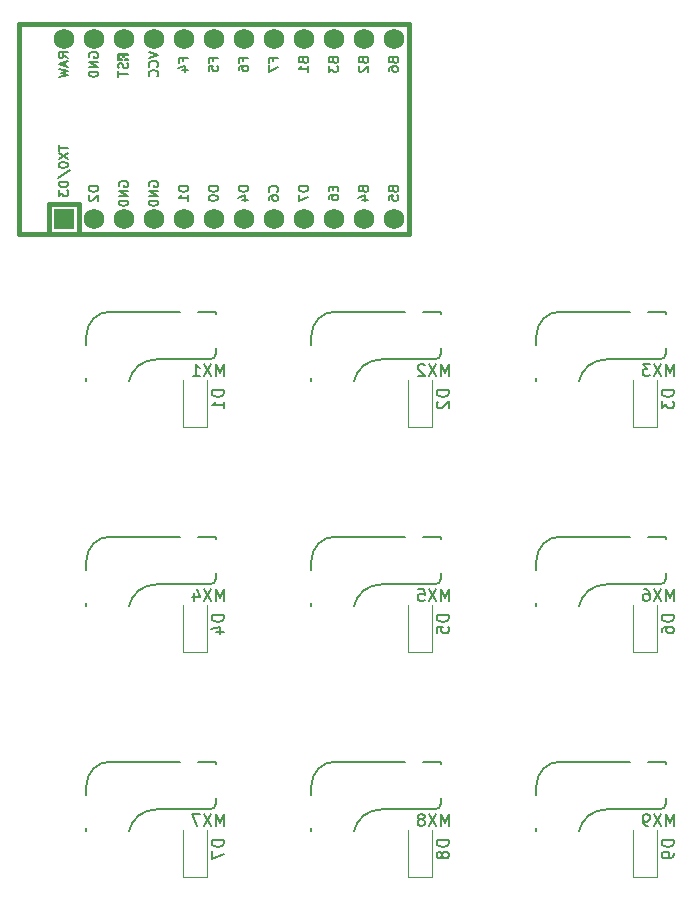
<source format=gbr>
%TF.GenerationSoftware,KiCad,Pcbnew,7.0.10*%
%TF.CreationDate,2024-04-28T13:40:23+05:00*%
%TF.ProjectId,custom_keyboard,63757374-6f6d-45f6-9b65-79626f617264,rev?*%
%TF.SameCoordinates,Original*%
%TF.FileFunction,Legend,Bot*%
%TF.FilePolarity,Positive*%
%FSLAX46Y46*%
G04 Gerber Fmt 4.6, Leading zero omitted, Abs format (unit mm)*
G04 Created by KiCad (PCBNEW 7.0.10) date 2024-04-28 13:40:23*
%MOMM*%
%LPD*%
G01*
G04 APERTURE LIST*
%ADD10C,0.150000*%
%ADD11C,0.381000*%
%ADD12C,0.120000*%
%ADD13R,1.752600X1.752600*%
%ADD14C,1.752600*%
G04 APERTURE END LIST*
D10*
X21113390Y-43141976D02*
X21075295Y-43065786D01*
X21075295Y-43065786D02*
X21075295Y-42951500D01*
X21075295Y-42951500D02*
X21113390Y-42837214D01*
X21113390Y-42837214D02*
X21189580Y-42761024D01*
X21189580Y-42761024D02*
X21265771Y-42722929D01*
X21265771Y-42722929D02*
X21418152Y-42684833D01*
X21418152Y-42684833D02*
X21532438Y-42684833D01*
X21532438Y-42684833D02*
X21684819Y-42722929D01*
X21684819Y-42722929D02*
X21761009Y-42761024D01*
X21761009Y-42761024D02*
X21837200Y-42837214D01*
X21837200Y-42837214D02*
X21875295Y-42951500D01*
X21875295Y-42951500D02*
X21875295Y-43027691D01*
X21875295Y-43027691D02*
X21837200Y-43141976D01*
X21837200Y-43141976D02*
X21799104Y-43180072D01*
X21799104Y-43180072D02*
X21532438Y-43180072D01*
X21532438Y-43180072D02*
X21532438Y-43027691D01*
X21875295Y-43522929D02*
X21075295Y-43522929D01*
X21075295Y-43522929D02*
X21875295Y-43980072D01*
X21875295Y-43980072D02*
X21075295Y-43980072D01*
X21875295Y-44361024D02*
X21075295Y-44361024D01*
X21075295Y-44361024D02*
X21075295Y-44551500D01*
X21075295Y-44551500D02*
X21113390Y-44665786D01*
X21113390Y-44665786D02*
X21189580Y-44741976D01*
X21189580Y-44741976D02*
X21265771Y-44780071D01*
X21265771Y-44780071D02*
X21418152Y-44818167D01*
X21418152Y-44818167D02*
X21532438Y-44818167D01*
X21532438Y-44818167D02*
X21684819Y-44780071D01*
X21684819Y-44780071D02*
X21761009Y-44741976D01*
X21761009Y-44741976D02*
X21837200Y-44665786D01*
X21837200Y-44665786D02*
X21875295Y-44551500D01*
X21875295Y-44551500D02*
X21875295Y-44361024D01*
X26155295Y-42684833D02*
X26955295Y-42951500D01*
X26955295Y-42951500D02*
X26155295Y-43218166D01*
X26879104Y-43941976D02*
X26917200Y-43903880D01*
X26917200Y-43903880D02*
X26955295Y-43789595D01*
X26955295Y-43789595D02*
X26955295Y-43713404D01*
X26955295Y-43713404D02*
X26917200Y-43599118D01*
X26917200Y-43599118D02*
X26841009Y-43522928D01*
X26841009Y-43522928D02*
X26764819Y-43484833D01*
X26764819Y-43484833D02*
X26612438Y-43446737D01*
X26612438Y-43446737D02*
X26498152Y-43446737D01*
X26498152Y-43446737D02*
X26345771Y-43484833D01*
X26345771Y-43484833D02*
X26269580Y-43522928D01*
X26269580Y-43522928D02*
X26193390Y-43599118D01*
X26193390Y-43599118D02*
X26155295Y-43713404D01*
X26155295Y-43713404D02*
X26155295Y-43789595D01*
X26155295Y-43789595D02*
X26193390Y-43903880D01*
X26193390Y-43903880D02*
X26231485Y-43941976D01*
X26879104Y-44741976D02*
X26917200Y-44703880D01*
X26917200Y-44703880D02*
X26955295Y-44589595D01*
X26955295Y-44589595D02*
X26955295Y-44513404D01*
X26955295Y-44513404D02*
X26917200Y-44399118D01*
X26917200Y-44399118D02*
X26841009Y-44322928D01*
X26841009Y-44322928D02*
X26764819Y-44284833D01*
X26764819Y-44284833D02*
X26612438Y-44246737D01*
X26612438Y-44246737D02*
X26498152Y-44246737D01*
X26498152Y-44246737D02*
X26345771Y-44284833D01*
X26345771Y-44284833D02*
X26269580Y-44322928D01*
X26269580Y-44322928D02*
X26193390Y-44399118D01*
X26193390Y-44399118D02*
X26155295Y-44513404D01*
X26155295Y-44513404D02*
X26155295Y-44589595D01*
X26155295Y-44589595D02*
X26193390Y-44703880D01*
X26193390Y-44703880D02*
X26231485Y-44741976D01*
X29076247Y-43484833D02*
X29076247Y-43218167D01*
X29495295Y-43218167D02*
X28695295Y-43218167D01*
X28695295Y-43218167D02*
X28695295Y-43599119D01*
X28961961Y-44246738D02*
X29495295Y-44246738D01*
X28657200Y-44056262D02*
X29228628Y-43865785D01*
X29228628Y-43865785D02*
X29228628Y-44361024D01*
X44316247Y-54349690D02*
X44354342Y-54463976D01*
X44354342Y-54463976D02*
X44392438Y-54502071D01*
X44392438Y-54502071D02*
X44468628Y-54540167D01*
X44468628Y-54540167D02*
X44582914Y-54540167D01*
X44582914Y-54540167D02*
X44659104Y-54502071D01*
X44659104Y-54502071D02*
X44697200Y-54463976D01*
X44697200Y-54463976D02*
X44735295Y-54387786D01*
X44735295Y-54387786D02*
X44735295Y-54083024D01*
X44735295Y-54083024D02*
X43935295Y-54083024D01*
X43935295Y-54083024D02*
X43935295Y-54349690D01*
X43935295Y-54349690D02*
X43973390Y-54425881D01*
X43973390Y-54425881D02*
X44011485Y-54463976D01*
X44011485Y-54463976D02*
X44087676Y-54502071D01*
X44087676Y-54502071D02*
X44163866Y-54502071D01*
X44163866Y-54502071D02*
X44240057Y-54463976D01*
X44240057Y-54463976D02*
X44278152Y-54425881D01*
X44278152Y-54425881D02*
X44316247Y-54349690D01*
X44316247Y-54349690D02*
X44316247Y-54083024D01*
X44201961Y-55225881D02*
X44735295Y-55225881D01*
X43897200Y-55035405D02*
X44468628Y-54844928D01*
X44468628Y-54844928D02*
X44468628Y-55340167D01*
X46856247Y-54349690D02*
X46894342Y-54463976D01*
X46894342Y-54463976D02*
X46932438Y-54502071D01*
X46932438Y-54502071D02*
X47008628Y-54540167D01*
X47008628Y-54540167D02*
X47122914Y-54540167D01*
X47122914Y-54540167D02*
X47199104Y-54502071D01*
X47199104Y-54502071D02*
X47237200Y-54463976D01*
X47237200Y-54463976D02*
X47275295Y-54387786D01*
X47275295Y-54387786D02*
X47275295Y-54083024D01*
X47275295Y-54083024D02*
X46475295Y-54083024D01*
X46475295Y-54083024D02*
X46475295Y-54349690D01*
X46475295Y-54349690D02*
X46513390Y-54425881D01*
X46513390Y-54425881D02*
X46551485Y-54463976D01*
X46551485Y-54463976D02*
X46627676Y-54502071D01*
X46627676Y-54502071D02*
X46703866Y-54502071D01*
X46703866Y-54502071D02*
X46780057Y-54463976D01*
X46780057Y-54463976D02*
X46818152Y-54425881D01*
X46818152Y-54425881D02*
X46856247Y-54349690D01*
X46856247Y-54349690D02*
X46856247Y-54083024D01*
X46475295Y-55263976D02*
X46475295Y-54883024D01*
X46475295Y-54883024D02*
X46856247Y-54844928D01*
X46856247Y-54844928D02*
X46818152Y-54883024D01*
X46818152Y-54883024D02*
X46780057Y-54959214D01*
X46780057Y-54959214D02*
X46780057Y-55149690D01*
X46780057Y-55149690D02*
X46818152Y-55225881D01*
X46818152Y-55225881D02*
X46856247Y-55263976D01*
X46856247Y-55263976D02*
X46932438Y-55302071D01*
X46932438Y-55302071D02*
X47122914Y-55302071D01*
X47122914Y-55302071D02*
X47199104Y-55263976D01*
X47199104Y-55263976D02*
X47237200Y-55225881D01*
X47237200Y-55225881D02*
X47275295Y-55149690D01*
X47275295Y-55149690D02*
X47275295Y-54959214D01*
X47275295Y-54959214D02*
X47237200Y-54883024D01*
X47237200Y-54883024D02*
X47199104Y-54844928D01*
X26193390Y-54063976D02*
X26155295Y-53987786D01*
X26155295Y-53987786D02*
X26155295Y-53873500D01*
X26155295Y-53873500D02*
X26193390Y-53759214D01*
X26193390Y-53759214D02*
X26269580Y-53683024D01*
X26269580Y-53683024D02*
X26345771Y-53644929D01*
X26345771Y-53644929D02*
X26498152Y-53606833D01*
X26498152Y-53606833D02*
X26612438Y-53606833D01*
X26612438Y-53606833D02*
X26764819Y-53644929D01*
X26764819Y-53644929D02*
X26841009Y-53683024D01*
X26841009Y-53683024D02*
X26917200Y-53759214D01*
X26917200Y-53759214D02*
X26955295Y-53873500D01*
X26955295Y-53873500D02*
X26955295Y-53949691D01*
X26955295Y-53949691D02*
X26917200Y-54063976D01*
X26917200Y-54063976D02*
X26879104Y-54102072D01*
X26879104Y-54102072D02*
X26612438Y-54102072D01*
X26612438Y-54102072D02*
X26612438Y-53949691D01*
X26955295Y-54444929D02*
X26155295Y-54444929D01*
X26155295Y-54444929D02*
X26955295Y-54902072D01*
X26955295Y-54902072D02*
X26155295Y-54902072D01*
X26955295Y-55283024D02*
X26155295Y-55283024D01*
X26155295Y-55283024D02*
X26155295Y-55473500D01*
X26155295Y-55473500D02*
X26193390Y-55587786D01*
X26193390Y-55587786D02*
X26269580Y-55663976D01*
X26269580Y-55663976D02*
X26345771Y-55702071D01*
X26345771Y-55702071D02*
X26498152Y-55740167D01*
X26498152Y-55740167D02*
X26612438Y-55740167D01*
X26612438Y-55740167D02*
X26764819Y-55702071D01*
X26764819Y-55702071D02*
X26841009Y-55663976D01*
X26841009Y-55663976D02*
X26917200Y-55587786D01*
X26917200Y-55587786D02*
X26955295Y-55473500D01*
X26955295Y-55473500D02*
X26955295Y-55283024D01*
X39655295Y-54083024D02*
X38855295Y-54083024D01*
X38855295Y-54083024D02*
X38855295Y-54273500D01*
X38855295Y-54273500D02*
X38893390Y-54387786D01*
X38893390Y-54387786D02*
X38969580Y-54463976D01*
X38969580Y-54463976D02*
X39045771Y-54502071D01*
X39045771Y-54502071D02*
X39198152Y-54540167D01*
X39198152Y-54540167D02*
X39312438Y-54540167D01*
X39312438Y-54540167D02*
X39464819Y-54502071D01*
X39464819Y-54502071D02*
X39541009Y-54463976D01*
X39541009Y-54463976D02*
X39617200Y-54387786D01*
X39617200Y-54387786D02*
X39655295Y-54273500D01*
X39655295Y-54273500D02*
X39655295Y-54083024D01*
X38855295Y-54806833D02*
X38855295Y-55340167D01*
X38855295Y-55340167D02*
X39655295Y-54997309D01*
X39236247Y-43427690D02*
X39274342Y-43541976D01*
X39274342Y-43541976D02*
X39312438Y-43580071D01*
X39312438Y-43580071D02*
X39388628Y-43618167D01*
X39388628Y-43618167D02*
X39502914Y-43618167D01*
X39502914Y-43618167D02*
X39579104Y-43580071D01*
X39579104Y-43580071D02*
X39617200Y-43541976D01*
X39617200Y-43541976D02*
X39655295Y-43465786D01*
X39655295Y-43465786D02*
X39655295Y-43161024D01*
X39655295Y-43161024D02*
X38855295Y-43161024D01*
X38855295Y-43161024D02*
X38855295Y-43427690D01*
X38855295Y-43427690D02*
X38893390Y-43503881D01*
X38893390Y-43503881D02*
X38931485Y-43541976D01*
X38931485Y-43541976D02*
X39007676Y-43580071D01*
X39007676Y-43580071D02*
X39083866Y-43580071D01*
X39083866Y-43580071D02*
X39160057Y-43541976D01*
X39160057Y-43541976D02*
X39198152Y-43503881D01*
X39198152Y-43503881D02*
X39236247Y-43427690D01*
X39236247Y-43427690D02*
X39236247Y-43161024D01*
X39655295Y-44380071D02*
X39655295Y-43922928D01*
X39655295Y-44151500D02*
X38855295Y-44151500D01*
X38855295Y-44151500D02*
X38969580Y-44075309D01*
X38969580Y-44075309D02*
X39045771Y-43999119D01*
X39045771Y-43999119D02*
X39083866Y-43922928D01*
X34156247Y-43484833D02*
X34156247Y-43218167D01*
X34575295Y-43218167D02*
X33775295Y-43218167D01*
X33775295Y-43218167D02*
X33775295Y-43599119D01*
X33775295Y-44246738D02*
X33775295Y-44094357D01*
X33775295Y-44094357D02*
X33813390Y-44018166D01*
X33813390Y-44018166D02*
X33851485Y-43980071D01*
X33851485Y-43980071D02*
X33965771Y-43903881D01*
X33965771Y-43903881D02*
X34118152Y-43865785D01*
X34118152Y-43865785D02*
X34422914Y-43865785D01*
X34422914Y-43865785D02*
X34499104Y-43903881D01*
X34499104Y-43903881D02*
X34537200Y-43941976D01*
X34537200Y-43941976D02*
X34575295Y-44018166D01*
X34575295Y-44018166D02*
X34575295Y-44170547D01*
X34575295Y-44170547D02*
X34537200Y-44246738D01*
X34537200Y-44246738D02*
X34499104Y-44284833D01*
X34499104Y-44284833D02*
X34422914Y-44322928D01*
X34422914Y-44322928D02*
X34232438Y-44322928D01*
X34232438Y-44322928D02*
X34156247Y-44284833D01*
X34156247Y-44284833D02*
X34118152Y-44246738D01*
X34118152Y-44246738D02*
X34080057Y-44170547D01*
X34080057Y-44170547D02*
X34080057Y-44018166D01*
X34080057Y-44018166D02*
X34118152Y-43941976D01*
X34118152Y-43941976D02*
X34156247Y-43903881D01*
X34156247Y-43903881D02*
X34232438Y-43865785D01*
X44316247Y-43427690D02*
X44354342Y-43541976D01*
X44354342Y-43541976D02*
X44392438Y-43580071D01*
X44392438Y-43580071D02*
X44468628Y-43618167D01*
X44468628Y-43618167D02*
X44582914Y-43618167D01*
X44582914Y-43618167D02*
X44659104Y-43580071D01*
X44659104Y-43580071D02*
X44697200Y-43541976D01*
X44697200Y-43541976D02*
X44735295Y-43465786D01*
X44735295Y-43465786D02*
X44735295Y-43161024D01*
X44735295Y-43161024D02*
X43935295Y-43161024D01*
X43935295Y-43161024D02*
X43935295Y-43427690D01*
X43935295Y-43427690D02*
X43973390Y-43503881D01*
X43973390Y-43503881D02*
X44011485Y-43541976D01*
X44011485Y-43541976D02*
X44087676Y-43580071D01*
X44087676Y-43580071D02*
X44163866Y-43580071D01*
X44163866Y-43580071D02*
X44240057Y-43541976D01*
X44240057Y-43541976D02*
X44278152Y-43503881D01*
X44278152Y-43503881D02*
X44316247Y-43427690D01*
X44316247Y-43427690D02*
X44316247Y-43161024D01*
X44011485Y-43922928D02*
X43973390Y-43961024D01*
X43973390Y-43961024D02*
X43935295Y-44037214D01*
X43935295Y-44037214D02*
X43935295Y-44227690D01*
X43935295Y-44227690D02*
X43973390Y-44303881D01*
X43973390Y-44303881D02*
X44011485Y-44341976D01*
X44011485Y-44341976D02*
X44087676Y-44380071D01*
X44087676Y-44380071D02*
X44163866Y-44380071D01*
X44163866Y-44380071D02*
X44278152Y-44341976D01*
X44278152Y-44341976D02*
X44735295Y-43884833D01*
X44735295Y-43884833D02*
X44735295Y-44380071D01*
X46856247Y-43427690D02*
X46894342Y-43541976D01*
X46894342Y-43541976D02*
X46932438Y-43580071D01*
X46932438Y-43580071D02*
X47008628Y-43618167D01*
X47008628Y-43618167D02*
X47122914Y-43618167D01*
X47122914Y-43618167D02*
X47199104Y-43580071D01*
X47199104Y-43580071D02*
X47237200Y-43541976D01*
X47237200Y-43541976D02*
X47275295Y-43465786D01*
X47275295Y-43465786D02*
X47275295Y-43161024D01*
X47275295Y-43161024D02*
X46475295Y-43161024D01*
X46475295Y-43161024D02*
X46475295Y-43427690D01*
X46475295Y-43427690D02*
X46513390Y-43503881D01*
X46513390Y-43503881D02*
X46551485Y-43541976D01*
X46551485Y-43541976D02*
X46627676Y-43580071D01*
X46627676Y-43580071D02*
X46703866Y-43580071D01*
X46703866Y-43580071D02*
X46780057Y-43541976D01*
X46780057Y-43541976D02*
X46818152Y-43503881D01*
X46818152Y-43503881D02*
X46856247Y-43427690D01*
X46856247Y-43427690D02*
X46856247Y-43161024D01*
X46475295Y-44303881D02*
X46475295Y-44151500D01*
X46475295Y-44151500D02*
X46513390Y-44075309D01*
X46513390Y-44075309D02*
X46551485Y-44037214D01*
X46551485Y-44037214D02*
X46665771Y-43961024D01*
X46665771Y-43961024D02*
X46818152Y-43922928D01*
X46818152Y-43922928D02*
X47122914Y-43922928D01*
X47122914Y-43922928D02*
X47199104Y-43961024D01*
X47199104Y-43961024D02*
X47237200Y-43999119D01*
X47237200Y-43999119D02*
X47275295Y-44075309D01*
X47275295Y-44075309D02*
X47275295Y-44227690D01*
X47275295Y-44227690D02*
X47237200Y-44303881D01*
X47237200Y-44303881D02*
X47199104Y-44341976D01*
X47199104Y-44341976D02*
X47122914Y-44380071D01*
X47122914Y-44380071D02*
X46932438Y-44380071D01*
X46932438Y-44380071D02*
X46856247Y-44341976D01*
X46856247Y-44341976D02*
X46818152Y-44303881D01*
X46818152Y-44303881D02*
X46780057Y-44227690D01*
X46780057Y-44227690D02*
X46780057Y-44075309D01*
X46780057Y-44075309D02*
X46818152Y-43999119D01*
X46818152Y-43999119D02*
X46856247Y-43961024D01*
X46856247Y-43961024D02*
X46932438Y-43922928D01*
X23653390Y-54063976D02*
X23615295Y-53987786D01*
X23615295Y-53987786D02*
X23615295Y-53873500D01*
X23615295Y-53873500D02*
X23653390Y-53759214D01*
X23653390Y-53759214D02*
X23729580Y-53683024D01*
X23729580Y-53683024D02*
X23805771Y-53644929D01*
X23805771Y-53644929D02*
X23958152Y-53606833D01*
X23958152Y-53606833D02*
X24072438Y-53606833D01*
X24072438Y-53606833D02*
X24224819Y-53644929D01*
X24224819Y-53644929D02*
X24301009Y-53683024D01*
X24301009Y-53683024D02*
X24377200Y-53759214D01*
X24377200Y-53759214D02*
X24415295Y-53873500D01*
X24415295Y-53873500D02*
X24415295Y-53949691D01*
X24415295Y-53949691D02*
X24377200Y-54063976D01*
X24377200Y-54063976D02*
X24339104Y-54102072D01*
X24339104Y-54102072D02*
X24072438Y-54102072D01*
X24072438Y-54102072D02*
X24072438Y-53949691D01*
X24415295Y-54444929D02*
X23615295Y-54444929D01*
X23615295Y-54444929D02*
X24415295Y-54902072D01*
X24415295Y-54902072D02*
X23615295Y-54902072D01*
X24415295Y-55283024D02*
X23615295Y-55283024D01*
X23615295Y-55283024D02*
X23615295Y-55473500D01*
X23615295Y-55473500D02*
X23653390Y-55587786D01*
X23653390Y-55587786D02*
X23729580Y-55663976D01*
X23729580Y-55663976D02*
X23805771Y-55702071D01*
X23805771Y-55702071D02*
X23958152Y-55740167D01*
X23958152Y-55740167D02*
X24072438Y-55740167D01*
X24072438Y-55740167D02*
X24224819Y-55702071D01*
X24224819Y-55702071D02*
X24301009Y-55663976D01*
X24301009Y-55663976D02*
X24377200Y-55587786D01*
X24377200Y-55587786D02*
X24415295Y-55473500D01*
X24415295Y-55473500D02*
X24415295Y-55283024D01*
X21875295Y-54083024D02*
X21075295Y-54083024D01*
X21075295Y-54083024D02*
X21075295Y-54273500D01*
X21075295Y-54273500D02*
X21113390Y-54387786D01*
X21113390Y-54387786D02*
X21189580Y-54463976D01*
X21189580Y-54463976D02*
X21265771Y-54502071D01*
X21265771Y-54502071D02*
X21418152Y-54540167D01*
X21418152Y-54540167D02*
X21532438Y-54540167D01*
X21532438Y-54540167D02*
X21684819Y-54502071D01*
X21684819Y-54502071D02*
X21761009Y-54463976D01*
X21761009Y-54463976D02*
X21837200Y-54387786D01*
X21837200Y-54387786D02*
X21875295Y-54273500D01*
X21875295Y-54273500D02*
X21875295Y-54083024D01*
X21151485Y-54844928D02*
X21113390Y-54883024D01*
X21113390Y-54883024D02*
X21075295Y-54959214D01*
X21075295Y-54959214D02*
X21075295Y-55149690D01*
X21075295Y-55149690D02*
X21113390Y-55225881D01*
X21113390Y-55225881D02*
X21151485Y-55263976D01*
X21151485Y-55263976D02*
X21227676Y-55302071D01*
X21227676Y-55302071D02*
X21303866Y-55302071D01*
X21303866Y-55302071D02*
X21418152Y-55263976D01*
X21418152Y-55263976D02*
X21875295Y-54806833D01*
X21875295Y-54806833D02*
X21875295Y-55302071D01*
X36696247Y-43484833D02*
X36696247Y-43218167D01*
X37115295Y-43218167D02*
X36315295Y-43218167D01*
X36315295Y-43218167D02*
X36315295Y-43599119D01*
X36315295Y-43827690D02*
X36315295Y-44361024D01*
X36315295Y-44361024D02*
X37115295Y-44018166D01*
X29495295Y-54083024D02*
X28695295Y-54083024D01*
X28695295Y-54083024D02*
X28695295Y-54273500D01*
X28695295Y-54273500D02*
X28733390Y-54387786D01*
X28733390Y-54387786D02*
X28809580Y-54463976D01*
X28809580Y-54463976D02*
X28885771Y-54502071D01*
X28885771Y-54502071D02*
X29038152Y-54540167D01*
X29038152Y-54540167D02*
X29152438Y-54540167D01*
X29152438Y-54540167D02*
X29304819Y-54502071D01*
X29304819Y-54502071D02*
X29381009Y-54463976D01*
X29381009Y-54463976D02*
X29457200Y-54387786D01*
X29457200Y-54387786D02*
X29495295Y-54273500D01*
X29495295Y-54273500D02*
X29495295Y-54083024D01*
X29495295Y-55302071D02*
X29495295Y-54844928D01*
X29495295Y-55073500D02*
X28695295Y-55073500D01*
X28695295Y-55073500D02*
X28809580Y-54997309D01*
X28809580Y-54997309D02*
X28885771Y-54921119D01*
X28885771Y-54921119D02*
X28923866Y-54844928D01*
X31616247Y-43484833D02*
X31616247Y-43218167D01*
X32035295Y-43218167D02*
X31235295Y-43218167D01*
X31235295Y-43218167D02*
X31235295Y-43599119D01*
X31235295Y-44284833D02*
X31235295Y-43903881D01*
X31235295Y-43903881D02*
X31616247Y-43865785D01*
X31616247Y-43865785D02*
X31578152Y-43903881D01*
X31578152Y-43903881D02*
X31540057Y-43980071D01*
X31540057Y-43980071D02*
X31540057Y-44170547D01*
X31540057Y-44170547D02*
X31578152Y-44246738D01*
X31578152Y-44246738D02*
X31616247Y-44284833D01*
X31616247Y-44284833D02*
X31692438Y-44322928D01*
X31692438Y-44322928D02*
X31882914Y-44322928D01*
X31882914Y-44322928D02*
X31959104Y-44284833D01*
X31959104Y-44284833D02*
X31997200Y-44246738D01*
X31997200Y-44246738D02*
X32035295Y-44170547D01*
X32035295Y-44170547D02*
X32035295Y-43980071D01*
X32035295Y-43980071D02*
X31997200Y-43903881D01*
X31997200Y-43903881D02*
X31959104Y-43865785D01*
X32035295Y-54083024D02*
X31235295Y-54083024D01*
X31235295Y-54083024D02*
X31235295Y-54273500D01*
X31235295Y-54273500D02*
X31273390Y-54387786D01*
X31273390Y-54387786D02*
X31349580Y-54463976D01*
X31349580Y-54463976D02*
X31425771Y-54502071D01*
X31425771Y-54502071D02*
X31578152Y-54540167D01*
X31578152Y-54540167D02*
X31692438Y-54540167D01*
X31692438Y-54540167D02*
X31844819Y-54502071D01*
X31844819Y-54502071D02*
X31921009Y-54463976D01*
X31921009Y-54463976D02*
X31997200Y-54387786D01*
X31997200Y-54387786D02*
X32035295Y-54273500D01*
X32035295Y-54273500D02*
X32035295Y-54083024D01*
X31235295Y-55035405D02*
X31235295Y-55111595D01*
X31235295Y-55111595D02*
X31273390Y-55187786D01*
X31273390Y-55187786D02*
X31311485Y-55225881D01*
X31311485Y-55225881D02*
X31387676Y-55263976D01*
X31387676Y-55263976D02*
X31540057Y-55302071D01*
X31540057Y-55302071D02*
X31730533Y-55302071D01*
X31730533Y-55302071D02*
X31882914Y-55263976D01*
X31882914Y-55263976D02*
X31959104Y-55225881D01*
X31959104Y-55225881D02*
X31997200Y-55187786D01*
X31997200Y-55187786D02*
X32035295Y-55111595D01*
X32035295Y-55111595D02*
X32035295Y-55035405D01*
X32035295Y-55035405D02*
X31997200Y-54959214D01*
X31997200Y-54959214D02*
X31959104Y-54921119D01*
X31959104Y-54921119D02*
X31882914Y-54883024D01*
X31882914Y-54883024D02*
X31730533Y-54844928D01*
X31730533Y-54844928D02*
X31540057Y-54844928D01*
X31540057Y-54844928D02*
X31387676Y-54883024D01*
X31387676Y-54883024D02*
X31311485Y-54921119D01*
X31311485Y-54921119D02*
X31273390Y-54959214D01*
X31273390Y-54959214D02*
X31235295Y-55035405D01*
X41776247Y-54121119D02*
X41776247Y-54387785D01*
X42195295Y-54502071D02*
X42195295Y-54121119D01*
X42195295Y-54121119D02*
X41395295Y-54121119D01*
X41395295Y-54121119D02*
X41395295Y-54502071D01*
X41395295Y-55187786D02*
X41395295Y-55035405D01*
X41395295Y-55035405D02*
X41433390Y-54959214D01*
X41433390Y-54959214D02*
X41471485Y-54921119D01*
X41471485Y-54921119D02*
X41585771Y-54844929D01*
X41585771Y-54844929D02*
X41738152Y-54806833D01*
X41738152Y-54806833D02*
X42042914Y-54806833D01*
X42042914Y-54806833D02*
X42119104Y-54844929D01*
X42119104Y-54844929D02*
X42157200Y-54883024D01*
X42157200Y-54883024D02*
X42195295Y-54959214D01*
X42195295Y-54959214D02*
X42195295Y-55111595D01*
X42195295Y-55111595D02*
X42157200Y-55187786D01*
X42157200Y-55187786D02*
X42119104Y-55225881D01*
X42119104Y-55225881D02*
X42042914Y-55263976D01*
X42042914Y-55263976D02*
X41852438Y-55263976D01*
X41852438Y-55263976D02*
X41776247Y-55225881D01*
X41776247Y-55225881D02*
X41738152Y-55187786D01*
X41738152Y-55187786D02*
X41700057Y-55111595D01*
X41700057Y-55111595D02*
X41700057Y-54959214D01*
X41700057Y-54959214D02*
X41738152Y-54883024D01*
X41738152Y-54883024D02*
X41776247Y-54844929D01*
X41776247Y-54844929D02*
X41852438Y-54806833D01*
X34575295Y-54083024D02*
X33775295Y-54083024D01*
X33775295Y-54083024D02*
X33775295Y-54273500D01*
X33775295Y-54273500D02*
X33813390Y-54387786D01*
X33813390Y-54387786D02*
X33889580Y-54463976D01*
X33889580Y-54463976D02*
X33965771Y-54502071D01*
X33965771Y-54502071D02*
X34118152Y-54540167D01*
X34118152Y-54540167D02*
X34232438Y-54540167D01*
X34232438Y-54540167D02*
X34384819Y-54502071D01*
X34384819Y-54502071D02*
X34461009Y-54463976D01*
X34461009Y-54463976D02*
X34537200Y-54387786D01*
X34537200Y-54387786D02*
X34575295Y-54273500D01*
X34575295Y-54273500D02*
X34575295Y-54083024D01*
X34041961Y-55225881D02*
X34575295Y-55225881D01*
X33737200Y-55035405D02*
X34308628Y-54844928D01*
X34308628Y-54844928D02*
X34308628Y-55340167D01*
X41776247Y-43427690D02*
X41814342Y-43541976D01*
X41814342Y-43541976D02*
X41852438Y-43580071D01*
X41852438Y-43580071D02*
X41928628Y-43618167D01*
X41928628Y-43618167D02*
X42042914Y-43618167D01*
X42042914Y-43618167D02*
X42119104Y-43580071D01*
X42119104Y-43580071D02*
X42157200Y-43541976D01*
X42157200Y-43541976D02*
X42195295Y-43465786D01*
X42195295Y-43465786D02*
X42195295Y-43161024D01*
X42195295Y-43161024D02*
X41395295Y-43161024D01*
X41395295Y-43161024D02*
X41395295Y-43427690D01*
X41395295Y-43427690D02*
X41433390Y-43503881D01*
X41433390Y-43503881D02*
X41471485Y-43541976D01*
X41471485Y-43541976D02*
X41547676Y-43580071D01*
X41547676Y-43580071D02*
X41623866Y-43580071D01*
X41623866Y-43580071D02*
X41700057Y-43541976D01*
X41700057Y-43541976D02*
X41738152Y-43503881D01*
X41738152Y-43503881D02*
X41776247Y-43427690D01*
X41776247Y-43427690D02*
X41776247Y-43161024D01*
X41395295Y-43884833D02*
X41395295Y-44380071D01*
X41395295Y-44380071D02*
X41700057Y-44113405D01*
X41700057Y-44113405D02*
X41700057Y-44227690D01*
X41700057Y-44227690D02*
X41738152Y-44303881D01*
X41738152Y-44303881D02*
X41776247Y-44341976D01*
X41776247Y-44341976D02*
X41852438Y-44380071D01*
X41852438Y-44380071D02*
X42042914Y-44380071D01*
X42042914Y-44380071D02*
X42119104Y-44341976D01*
X42119104Y-44341976D02*
X42157200Y-44303881D01*
X42157200Y-44303881D02*
X42195295Y-44227690D01*
X42195295Y-44227690D02*
X42195295Y-43999119D01*
X42195295Y-43999119D02*
X42157200Y-43922928D01*
X42157200Y-43922928D02*
X42119104Y-43884833D01*
X37039104Y-54540167D02*
X37077200Y-54502071D01*
X37077200Y-54502071D02*
X37115295Y-54387786D01*
X37115295Y-54387786D02*
X37115295Y-54311595D01*
X37115295Y-54311595D02*
X37077200Y-54197309D01*
X37077200Y-54197309D02*
X37001009Y-54121119D01*
X37001009Y-54121119D02*
X36924819Y-54083024D01*
X36924819Y-54083024D02*
X36772438Y-54044928D01*
X36772438Y-54044928D02*
X36658152Y-54044928D01*
X36658152Y-54044928D02*
X36505771Y-54083024D01*
X36505771Y-54083024D02*
X36429580Y-54121119D01*
X36429580Y-54121119D02*
X36353390Y-54197309D01*
X36353390Y-54197309D02*
X36315295Y-54311595D01*
X36315295Y-54311595D02*
X36315295Y-54387786D01*
X36315295Y-54387786D02*
X36353390Y-54502071D01*
X36353390Y-54502071D02*
X36391485Y-54540167D01*
X36315295Y-55225881D02*
X36315295Y-55073500D01*
X36315295Y-55073500D02*
X36353390Y-54997309D01*
X36353390Y-54997309D02*
X36391485Y-54959214D01*
X36391485Y-54959214D02*
X36505771Y-54883024D01*
X36505771Y-54883024D02*
X36658152Y-54844928D01*
X36658152Y-54844928D02*
X36962914Y-54844928D01*
X36962914Y-54844928D02*
X37039104Y-54883024D01*
X37039104Y-54883024D02*
X37077200Y-54921119D01*
X37077200Y-54921119D02*
X37115295Y-54997309D01*
X37115295Y-54997309D02*
X37115295Y-55149690D01*
X37115295Y-55149690D02*
X37077200Y-55225881D01*
X37077200Y-55225881D02*
X37039104Y-55263976D01*
X37039104Y-55263976D02*
X36962914Y-55302071D01*
X36962914Y-55302071D02*
X36772438Y-55302071D01*
X36772438Y-55302071D02*
X36696247Y-55263976D01*
X36696247Y-55263976D02*
X36658152Y-55225881D01*
X36658152Y-55225881D02*
X36620057Y-55149690D01*
X36620057Y-55149690D02*
X36620057Y-54997309D01*
X36620057Y-54997309D02*
X36658152Y-54921119D01*
X36658152Y-54921119D02*
X36696247Y-54883024D01*
X36696247Y-54883024D02*
X36772438Y-54844928D01*
X24357200Y-43639166D02*
X24395295Y-43753452D01*
X24395295Y-43753452D02*
X24395295Y-43943928D01*
X24395295Y-43943928D02*
X24357200Y-44020119D01*
X24357200Y-44020119D02*
X24319104Y-44058214D01*
X24319104Y-44058214D02*
X24242914Y-44096309D01*
X24242914Y-44096309D02*
X24166723Y-44096309D01*
X24166723Y-44096309D02*
X24090533Y-44058214D01*
X24090533Y-44058214D02*
X24052438Y-44020119D01*
X24052438Y-44020119D02*
X24014342Y-43943928D01*
X24014342Y-43943928D02*
X23976247Y-43791547D01*
X23976247Y-43791547D02*
X23938152Y-43715357D01*
X23938152Y-43715357D02*
X23900057Y-43677262D01*
X23900057Y-43677262D02*
X23823866Y-43639166D01*
X23823866Y-43639166D02*
X23747676Y-43639166D01*
X23747676Y-43639166D02*
X23671485Y-43677262D01*
X23671485Y-43677262D02*
X23633390Y-43715357D01*
X23633390Y-43715357D02*
X23595295Y-43791547D01*
X23595295Y-43791547D02*
X23595295Y-43982024D01*
X23595295Y-43982024D02*
X23633390Y-44096309D01*
X23595295Y-44324881D02*
X23595295Y-44782024D01*
X24395295Y-44553452D02*
X23595295Y-44553452D01*
X18535295Y-50593895D02*
X18535295Y-51051038D01*
X19335295Y-50822466D02*
X18535295Y-50822466D01*
X18535295Y-51241514D02*
X19335295Y-51774848D01*
X18535295Y-51774848D02*
X19335295Y-51241514D01*
X18535295Y-52231991D02*
X18535295Y-52308181D01*
X18535295Y-52308181D02*
X18573390Y-52384372D01*
X18573390Y-52384372D02*
X18611485Y-52422467D01*
X18611485Y-52422467D02*
X18687676Y-52460562D01*
X18687676Y-52460562D02*
X18840057Y-52498657D01*
X18840057Y-52498657D02*
X19030533Y-52498657D01*
X19030533Y-52498657D02*
X19182914Y-52460562D01*
X19182914Y-52460562D02*
X19259104Y-52422467D01*
X19259104Y-52422467D02*
X19297200Y-52384372D01*
X19297200Y-52384372D02*
X19335295Y-52308181D01*
X19335295Y-52308181D02*
X19335295Y-52231991D01*
X19335295Y-52231991D02*
X19297200Y-52155800D01*
X19297200Y-52155800D02*
X19259104Y-52117705D01*
X19259104Y-52117705D02*
X19182914Y-52079610D01*
X19182914Y-52079610D02*
X19030533Y-52041514D01*
X19030533Y-52041514D02*
X18840057Y-52041514D01*
X18840057Y-52041514D02*
X18687676Y-52079610D01*
X18687676Y-52079610D02*
X18611485Y-52117705D01*
X18611485Y-52117705D02*
X18573390Y-52155800D01*
X18573390Y-52155800D02*
X18535295Y-52231991D01*
X18497200Y-53412943D02*
X19525771Y-52727229D01*
X19335295Y-53679610D02*
X18535295Y-53679610D01*
X18535295Y-53679610D02*
X18535295Y-53870086D01*
X18535295Y-53870086D02*
X18573390Y-53984372D01*
X18573390Y-53984372D02*
X18649580Y-54060562D01*
X18649580Y-54060562D02*
X18725771Y-54098657D01*
X18725771Y-54098657D02*
X18878152Y-54136753D01*
X18878152Y-54136753D02*
X18992438Y-54136753D01*
X18992438Y-54136753D02*
X19144819Y-54098657D01*
X19144819Y-54098657D02*
X19221009Y-54060562D01*
X19221009Y-54060562D02*
X19297200Y-53984372D01*
X19297200Y-53984372D02*
X19335295Y-53870086D01*
X19335295Y-53870086D02*
X19335295Y-53679610D01*
X18535295Y-54403419D02*
X18535295Y-54898657D01*
X18535295Y-54898657D02*
X18840057Y-54631991D01*
X18840057Y-54631991D02*
X18840057Y-54746276D01*
X18840057Y-54746276D02*
X18878152Y-54822467D01*
X18878152Y-54822467D02*
X18916247Y-54860562D01*
X18916247Y-54860562D02*
X18992438Y-54898657D01*
X18992438Y-54898657D02*
X19182914Y-54898657D01*
X19182914Y-54898657D02*
X19259104Y-54860562D01*
X19259104Y-54860562D02*
X19297200Y-54822467D01*
X19297200Y-54822467D02*
X19335295Y-54746276D01*
X19335295Y-54746276D02*
X19335295Y-54517705D01*
X19335295Y-54517705D02*
X19297200Y-54441514D01*
X19297200Y-54441514D02*
X19259104Y-54403419D01*
X19335295Y-43199119D02*
X18954342Y-42932452D01*
X19335295Y-42741976D02*
X18535295Y-42741976D01*
X18535295Y-42741976D02*
X18535295Y-43046738D01*
X18535295Y-43046738D02*
X18573390Y-43122928D01*
X18573390Y-43122928D02*
X18611485Y-43161023D01*
X18611485Y-43161023D02*
X18687676Y-43199119D01*
X18687676Y-43199119D02*
X18801961Y-43199119D01*
X18801961Y-43199119D02*
X18878152Y-43161023D01*
X18878152Y-43161023D02*
X18916247Y-43122928D01*
X18916247Y-43122928D02*
X18954342Y-43046738D01*
X18954342Y-43046738D02*
X18954342Y-42741976D01*
X19106723Y-43503880D02*
X19106723Y-43884833D01*
X19335295Y-43427690D02*
X18535295Y-43694357D01*
X18535295Y-43694357D02*
X19335295Y-43961023D01*
X18535295Y-44151499D02*
X19335295Y-44341975D01*
X19335295Y-44341975D02*
X18763866Y-44494356D01*
X18763866Y-44494356D02*
X19335295Y-44646737D01*
X19335295Y-44646737D02*
X18535295Y-44837214D01*
X32523213Y-70142319D02*
X32523213Y-69142319D01*
X32523213Y-69142319D02*
X32189880Y-69856604D01*
X32189880Y-69856604D02*
X31856547Y-69142319D01*
X31856547Y-69142319D02*
X31856547Y-70142319D01*
X31475594Y-69142319D02*
X30808928Y-70142319D01*
X30808928Y-69142319D02*
X31475594Y-70142319D01*
X29904166Y-70142319D02*
X30475594Y-70142319D01*
X30189880Y-70142319D02*
X30189880Y-69142319D01*
X30189880Y-69142319D02*
X30285118Y-69285176D01*
X30285118Y-69285176D02*
X30380356Y-69380414D01*
X30380356Y-69380414D02*
X30475594Y-69428033D01*
X51573213Y-70142319D02*
X51573213Y-69142319D01*
X51573213Y-69142319D02*
X51239880Y-69856604D01*
X51239880Y-69856604D02*
X50906547Y-69142319D01*
X50906547Y-69142319D02*
X50906547Y-70142319D01*
X50525594Y-69142319D02*
X49858928Y-70142319D01*
X49858928Y-69142319D02*
X50525594Y-70142319D01*
X49525594Y-69237557D02*
X49477975Y-69189938D01*
X49477975Y-69189938D02*
X49382737Y-69142319D01*
X49382737Y-69142319D02*
X49144642Y-69142319D01*
X49144642Y-69142319D02*
X49049404Y-69189938D01*
X49049404Y-69189938D02*
X49001785Y-69237557D01*
X49001785Y-69237557D02*
X48954166Y-69332795D01*
X48954166Y-69332795D02*
X48954166Y-69428033D01*
X48954166Y-69428033D02*
X49001785Y-69570890D01*
X49001785Y-69570890D02*
X49573213Y-70142319D01*
X49573213Y-70142319D02*
X48954166Y-70142319D01*
X70622319Y-71349405D02*
X69622319Y-71349405D01*
X69622319Y-71349405D02*
X69622319Y-71587500D01*
X69622319Y-71587500D02*
X69669938Y-71730357D01*
X69669938Y-71730357D02*
X69765176Y-71825595D01*
X69765176Y-71825595D02*
X69860414Y-71873214D01*
X69860414Y-71873214D02*
X70050890Y-71920833D01*
X70050890Y-71920833D02*
X70193747Y-71920833D01*
X70193747Y-71920833D02*
X70384223Y-71873214D01*
X70384223Y-71873214D02*
X70479461Y-71825595D01*
X70479461Y-71825595D02*
X70574700Y-71730357D01*
X70574700Y-71730357D02*
X70622319Y-71587500D01*
X70622319Y-71587500D02*
X70622319Y-71349405D01*
X69622319Y-72254167D02*
X69622319Y-72873214D01*
X69622319Y-72873214D02*
X70003271Y-72539881D01*
X70003271Y-72539881D02*
X70003271Y-72682738D01*
X70003271Y-72682738D02*
X70050890Y-72777976D01*
X70050890Y-72777976D02*
X70098509Y-72825595D01*
X70098509Y-72825595D02*
X70193747Y-72873214D01*
X70193747Y-72873214D02*
X70431842Y-72873214D01*
X70431842Y-72873214D02*
X70527080Y-72825595D01*
X70527080Y-72825595D02*
X70574700Y-72777976D01*
X70574700Y-72777976D02*
X70622319Y-72682738D01*
X70622319Y-72682738D02*
X70622319Y-72397024D01*
X70622319Y-72397024D02*
X70574700Y-72301786D01*
X70574700Y-72301786D02*
X70527080Y-72254167D01*
X32522319Y-90399405D02*
X31522319Y-90399405D01*
X31522319Y-90399405D02*
X31522319Y-90637500D01*
X31522319Y-90637500D02*
X31569938Y-90780357D01*
X31569938Y-90780357D02*
X31665176Y-90875595D01*
X31665176Y-90875595D02*
X31760414Y-90923214D01*
X31760414Y-90923214D02*
X31950890Y-90970833D01*
X31950890Y-90970833D02*
X32093747Y-90970833D01*
X32093747Y-90970833D02*
X32284223Y-90923214D01*
X32284223Y-90923214D02*
X32379461Y-90875595D01*
X32379461Y-90875595D02*
X32474700Y-90780357D01*
X32474700Y-90780357D02*
X32522319Y-90637500D01*
X32522319Y-90637500D02*
X32522319Y-90399405D01*
X31855652Y-91827976D02*
X32522319Y-91827976D01*
X31474700Y-91589881D02*
X32188985Y-91351786D01*
X32188985Y-91351786D02*
X32188985Y-91970833D01*
X51572319Y-109449405D02*
X50572319Y-109449405D01*
X50572319Y-109449405D02*
X50572319Y-109687500D01*
X50572319Y-109687500D02*
X50619938Y-109830357D01*
X50619938Y-109830357D02*
X50715176Y-109925595D01*
X50715176Y-109925595D02*
X50810414Y-109973214D01*
X50810414Y-109973214D02*
X51000890Y-110020833D01*
X51000890Y-110020833D02*
X51143747Y-110020833D01*
X51143747Y-110020833D02*
X51334223Y-109973214D01*
X51334223Y-109973214D02*
X51429461Y-109925595D01*
X51429461Y-109925595D02*
X51524700Y-109830357D01*
X51524700Y-109830357D02*
X51572319Y-109687500D01*
X51572319Y-109687500D02*
X51572319Y-109449405D01*
X51000890Y-110592262D02*
X50953271Y-110497024D01*
X50953271Y-110497024D02*
X50905652Y-110449405D01*
X50905652Y-110449405D02*
X50810414Y-110401786D01*
X50810414Y-110401786D02*
X50762795Y-110401786D01*
X50762795Y-110401786D02*
X50667557Y-110449405D01*
X50667557Y-110449405D02*
X50619938Y-110497024D01*
X50619938Y-110497024D02*
X50572319Y-110592262D01*
X50572319Y-110592262D02*
X50572319Y-110782738D01*
X50572319Y-110782738D02*
X50619938Y-110877976D01*
X50619938Y-110877976D02*
X50667557Y-110925595D01*
X50667557Y-110925595D02*
X50762795Y-110973214D01*
X50762795Y-110973214D02*
X50810414Y-110973214D01*
X50810414Y-110973214D02*
X50905652Y-110925595D01*
X50905652Y-110925595D02*
X50953271Y-110877976D01*
X50953271Y-110877976D02*
X51000890Y-110782738D01*
X51000890Y-110782738D02*
X51000890Y-110592262D01*
X51000890Y-110592262D02*
X51048509Y-110497024D01*
X51048509Y-110497024D02*
X51096128Y-110449405D01*
X51096128Y-110449405D02*
X51191366Y-110401786D01*
X51191366Y-110401786D02*
X51381842Y-110401786D01*
X51381842Y-110401786D02*
X51477080Y-110449405D01*
X51477080Y-110449405D02*
X51524700Y-110497024D01*
X51524700Y-110497024D02*
X51572319Y-110592262D01*
X51572319Y-110592262D02*
X51572319Y-110782738D01*
X51572319Y-110782738D02*
X51524700Y-110877976D01*
X51524700Y-110877976D02*
X51477080Y-110925595D01*
X51477080Y-110925595D02*
X51381842Y-110973214D01*
X51381842Y-110973214D02*
X51191366Y-110973214D01*
X51191366Y-110973214D02*
X51096128Y-110925595D01*
X51096128Y-110925595D02*
X51048509Y-110877976D01*
X51048509Y-110877976D02*
X51000890Y-110782738D01*
X32522319Y-71349405D02*
X31522319Y-71349405D01*
X31522319Y-71349405D02*
X31522319Y-71587500D01*
X31522319Y-71587500D02*
X31569938Y-71730357D01*
X31569938Y-71730357D02*
X31665176Y-71825595D01*
X31665176Y-71825595D02*
X31760414Y-71873214D01*
X31760414Y-71873214D02*
X31950890Y-71920833D01*
X31950890Y-71920833D02*
X32093747Y-71920833D01*
X32093747Y-71920833D02*
X32284223Y-71873214D01*
X32284223Y-71873214D02*
X32379461Y-71825595D01*
X32379461Y-71825595D02*
X32474700Y-71730357D01*
X32474700Y-71730357D02*
X32522319Y-71587500D01*
X32522319Y-71587500D02*
X32522319Y-71349405D01*
X32522319Y-72873214D02*
X32522319Y-72301786D01*
X32522319Y-72587500D02*
X31522319Y-72587500D01*
X31522319Y-72587500D02*
X31665176Y-72492262D01*
X31665176Y-72492262D02*
X31760414Y-72397024D01*
X31760414Y-72397024D02*
X31808033Y-72301786D01*
X70622319Y-90399405D02*
X69622319Y-90399405D01*
X69622319Y-90399405D02*
X69622319Y-90637500D01*
X69622319Y-90637500D02*
X69669938Y-90780357D01*
X69669938Y-90780357D02*
X69765176Y-90875595D01*
X69765176Y-90875595D02*
X69860414Y-90923214D01*
X69860414Y-90923214D02*
X70050890Y-90970833D01*
X70050890Y-90970833D02*
X70193747Y-90970833D01*
X70193747Y-90970833D02*
X70384223Y-90923214D01*
X70384223Y-90923214D02*
X70479461Y-90875595D01*
X70479461Y-90875595D02*
X70574700Y-90780357D01*
X70574700Y-90780357D02*
X70622319Y-90637500D01*
X70622319Y-90637500D02*
X70622319Y-90399405D01*
X69622319Y-91827976D02*
X69622319Y-91637500D01*
X69622319Y-91637500D02*
X69669938Y-91542262D01*
X69669938Y-91542262D02*
X69717557Y-91494643D01*
X69717557Y-91494643D02*
X69860414Y-91399405D01*
X69860414Y-91399405D02*
X70050890Y-91351786D01*
X70050890Y-91351786D02*
X70431842Y-91351786D01*
X70431842Y-91351786D02*
X70527080Y-91399405D01*
X70527080Y-91399405D02*
X70574700Y-91447024D01*
X70574700Y-91447024D02*
X70622319Y-91542262D01*
X70622319Y-91542262D02*
X70622319Y-91732738D01*
X70622319Y-91732738D02*
X70574700Y-91827976D01*
X70574700Y-91827976D02*
X70527080Y-91875595D01*
X70527080Y-91875595D02*
X70431842Y-91923214D01*
X70431842Y-91923214D02*
X70193747Y-91923214D01*
X70193747Y-91923214D02*
X70098509Y-91875595D01*
X70098509Y-91875595D02*
X70050890Y-91827976D01*
X70050890Y-91827976D02*
X70003271Y-91732738D01*
X70003271Y-91732738D02*
X70003271Y-91542262D01*
X70003271Y-91542262D02*
X70050890Y-91447024D01*
X70050890Y-91447024D02*
X70098509Y-91399405D01*
X70098509Y-91399405D02*
X70193747Y-91351786D01*
X51573213Y-89192319D02*
X51573213Y-88192319D01*
X51573213Y-88192319D02*
X51239880Y-88906604D01*
X51239880Y-88906604D02*
X50906547Y-88192319D01*
X50906547Y-88192319D02*
X50906547Y-89192319D01*
X50525594Y-88192319D02*
X49858928Y-89192319D01*
X49858928Y-88192319D02*
X50525594Y-89192319D01*
X49001785Y-88192319D02*
X49477975Y-88192319D01*
X49477975Y-88192319D02*
X49525594Y-88668509D01*
X49525594Y-88668509D02*
X49477975Y-88620890D01*
X49477975Y-88620890D02*
X49382737Y-88573271D01*
X49382737Y-88573271D02*
X49144642Y-88573271D01*
X49144642Y-88573271D02*
X49049404Y-88620890D01*
X49049404Y-88620890D02*
X49001785Y-88668509D01*
X49001785Y-88668509D02*
X48954166Y-88763747D01*
X48954166Y-88763747D02*
X48954166Y-89001842D01*
X48954166Y-89001842D02*
X49001785Y-89097080D01*
X49001785Y-89097080D02*
X49049404Y-89144700D01*
X49049404Y-89144700D02*
X49144642Y-89192319D01*
X49144642Y-89192319D02*
X49382737Y-89192319D01*
X49382737Y-89192319D02*
X49477975Y-89144700D01*
X49477975Y-89144700D02*
X49525594Y-89097080D01*
X51572319Y-71349405D02*
X50572319Y-71349405D01*
X50572319Y-71349405D02*
X50572319Y-71587500D01*
X50572319Y-71587500D02*
X50619938Y-71730357D01*
X50619938Y-71730357D02*
X50715176Y-71825595D01*
X50715176Y-71825595D02*
X50810414Y-71873214D01*
X50810414Y-71873214D02*
X51000890Y-71920833D01*
X51000890Y-71920833D02*
X51143747Y-71920833D01*
X51143747Y-71920833D02*
X51334223Y-71873214D01*
X51334223Y-71873214D02*
X51429461Y-71825595D01*
X51429461Y-71825595D02*
X51524700Y-71730357D01*
X51524700Y-71730357D02*
X51572319Y-71587500D01*
X51572319Y-71587500D02*
X51572319Y-71349405D01*
X50667557Y-72301786D02*
X50619938Y-72349405D01*
X50619938Y-72349405D02*
X50572319Y-72444643D01*
X50572319Y-72444643D02*
X50572319Y-72682738D01*
X50572319Y-72682738D02*
X50619938Y-72777976D01*
X50619938Y-72777976D02*
X50667557Y-72825595D01*
X50667557Y-72825595D02*
X50762795Y-72873214D01*
X50762795Y-72873214D02*
X50858033Y-72873214D01*
X50858033Y-72873214D02*
X51000890Y-72825595D01*
X51000890Y-72825595D02*
X51572319Y-72254167D01*
X51572319Y-72254167D02*
X51572319Y-72873214D01*
X51572319Y-90399405D02*
X50572319Y-90399405D01*
X50572319Y-90399405D02*
X50572319Y-90637500D01*
X50572319Y-90637500D02*
X50619938Y-90780357D01*
X50619938Y-90780357D02*
X50715176Y-90875595D01*
X50715176Y-90875595D02*
X50810414Y-90923214D01*
X50810414Y-90923214D02*
X51000890Y-90970833D01*
X51000890Y-90970833D02*
X51143747Y-90970833D01*
X51143747Y-90970833D02*
X51334223Y-90923214D01*
X51334223Y-90923214D02*
X51429461Y-90875595D01*
X51429461Y-90875595D02*
X51524700Y-90780357D01*
X51524700Y-90780357D02*
X51572319Y-90637500D01*
X51572319Y-90637500D02*
X51572319Y-90399405D01*
X50572319Y-91875595D02*
X50572319Y-91399405D01*
X50572319Y-91399405D02*
X51048509Y-91351786D01*
X51048509Y-91351786D02*
X51000890Y-91399405D01*
X51000890Y-91399405D02*
X50953271Y-91494643D01*
X50953271Y-91494643D02*
X50953271Y-91732738D01*
X50953271Y-91732738D02*
X51000890Y-91827976D01*
X51000890Y-91827976D02*
X51048509Y-91875595D01*
X51048509Y-91875595D02*
X51143747Y-91923214D01*
X51143747Y-91923214D02*
X51381842Y-91923214D01*
X51381842Y-91923214D02*
X51477080Y-91875595D01*
X51477080Y-91875595D02*
X51524700Y-91827976D01*
X51524700Y-91827976D02*
X51572319Y-91732738D01*
X51572319Y-91732738D02*
X51572319Y-91494643D01*
X51572319Y-91494643D02*
X51524700Y-91399405D01*
X51524700Y-91399405D02*
X51477080Y-91351786D01*
X32523213Y-89192319D02*
X32523213Y-88192319D01*
X32523213Y-88192319D02*
X32189880Y-88906604D01*
X32189880Y-88906604D02*
X31856547Y-88192319D01*
X31856547Y-88192319D02*
X31856547Y-89192319D01*
X31475594Y-88192319D02*
X30808928Y-89192319D01*
X30808928Y-88192319D02*
X31475594Y-89192319D01*
X29999404Y-88525652D02*
X29999404Y-89192319D01*
X30237499Y-88144700D02*
X30475594Y-88858985D01*
X30475594Y-88858985D02*
X29856547Y-88858985D01*
X32522319Y-109449405D02*
X31522319Y-109449405D01*
X31522319Y-109449405D02*
X31522319Y-109687500D01*
X31522319Y-109687500D02*
X31569938Y-109830357D01*
X31569938Y-109830357D02*
X31665176Y-109925595D01*
X31665176Y-109925595D02*
X31760414Y-109973214D01*
X31760414Y-109973214D02*
X31950890Y-110020833D01*
X31950890Y-110020833D02*
X32093747Y-110020833D01*
X32093747Y-110020833D02*
X32284223Y-109973214D01*
X32284223Y-109973214D02*
X32379461Y-109925595D01*
X32379461Y-109925595D02*
X32474700Y-109830357D01*
X32474700Y-109830357D02*
X32522319Y-109687500D01*
X32522319Y-109687500D02*
X32522319Y-109449405D01*
X31522319Y-110354167D02*
X31522319Y-111020833D01*
X31522319Y-111020833D02*
X32522319Y-110592262D01*
X32523213Y-108242319D02*
X32523213Y-107242319D01*
X32523213Y-107242319D02*
X32189880Y-107956604D01*
X32189880Y-107956604D02*
X31856547Y-107242319D01*
X31856547Y-107242319D02*
X31856547Y-108242319D01*
X31475594Y-107242319D02*
X30808928Y-108242319D01*
X30808928Y-107242319D02*
X31475594Y-108242319D01*
X30523213Y-107242319D02*
X29856547Y-107242319D01*
X29856547Y-107242319D02*
X30285118Y-108242319D01*
X70622319Y-109449405D02*
X69622319Y-109449405D01*
X69622319Y-109449405D02*
X69622319Y-109687500D01*
X69622319Y-109687500D02*
X69669938Y-109830357D01*
X69669938Y-109830357D02*
X69765176Y-109925595D01*
X69765176Y-109925595D02*
X69860414Y-109973214D01*
X69860414Y-109973214D02*
X70050890Y-110020833D01*
X70050890Y-110020833D02*
X70193747Y-110020833D01*
X70193747Y-110020833D02*
X70384223Y-109973214D01*
X70384223Y-109973214D02*
X70479461Y-109925595D01*
X70479461Y-109925595D02*
X70574700Y-109830357D01*
X70574700Y-109830357D02*
X70622319Y-109687500D01*
X70622319Y-109687500D02*
X70622319Y-109449405D01*
X70622319Y-110497024D02*
X70622319Y-110687500D01*
X70622319Y-110687500D02*
X70574700Y-110782738D01*
X70574700Y-110782738D02*
X70527080Y-110830357D01*
X70527080Y-110830357D02*
X70384223Y-110925595D01*
X70384223Y-110925595D02*
X70193747Y-110973214D01*
X70193747Y-110973214D02*
X69812795Y-110973214D01*
X69812795Y-110973214D02*
X69717557Y-110925595D01*
X69717557Y-110925595D02*
X69669938Y-110877976D01*
X69669938Y-110877976D02*
X69622319Y-110782738D01*
X69622319Y-110782738D02*
X69622319Y-110592262D01*
X69622319Y-110592262D02*
X69669938Y-110497024D01*
X69669938Y-110497024D02*
X69717557Y-110449405D01*
X69717557Y-110449405D02*
X69812795Y-110401786D01*
X69812795Y-110401786D02*
X70050890Y-110401786D01*
X70050890Y-110401786D02*
X70146128Y-110449405D01*
X70146128Y-110449405D02*
X70193747Y-110497024D01*
X70193747Y-110497024D02*
X70241366Y-110592262D01*
X70241366Y-110592262D02*
X70241366Y-110782738D01*
X70241366Y-110782738D02*
X70193747Y-110877976D01*
X70193747Y-110877976D02*
X70146128Y-110925595D01*
X70146128Y-110925595D02*
X70050890Y-110973214D01*
X70623213Y-108242319D02*
X70623213Y-107242319D01*
X70623213Y-107242319D02*
X70289880Y-107956604D01*
X70289880Y-107956604D02*
X69956547Y-107242319D01*
X69956547Y-107242319D02*
X69956547Y-108242319D01*
X69575594Y-107242319D02*
X68908928Y-108242319D01*
X68908928Y-107242319D02*
X69575594Y-108242319D01*
X68480356Y-108242319D02*
X68289880Y-108242319D01*
X68289880Y-108242319D02*
X68194642Y-108194700D01*
X68194642Y-108194700D02*
X68147023Y-108147080D01*
X68147023Y-108147080D02*
X68051785Y-108004223D01*
X68051785Y-108004223D02*
X68004166Y-107813747D01*
X68004166Y-107813747D02*
X68004166Y-107432795D01*
X68004166Y-107432795D02*
X68051785Y-107337557D01*
X68051785Y-107337557D02*
X68099404Y-107289938D01*
X68099404Y-107289938D02*
X68194642Y-107242319D01*
X68194642Y-107242319D02*
X68385118Y-107242319D01*
X68385118Y-107242319D02*
X68480356Y-107289938D01*
X68480356Y-107289938D02*
X68527975Y-107337557D01*
X68527975Y-107337557D02*
X68575594Y-107432795D01*
X68575594Y-107432795D02*
X68575594Y-107670890D01*
X68575594Y-107670890D02*
X68527975Y-107766128D01*
X68527975Y-107766128D02*
X68480356Y-107813747D01*
X68480356Y-107813747D02*
X68385118Y-107861366D01*
X68385118Y-107861366D02*
X68194642Y-107861366D01*
X68194642Y-107861366D02*
X68099404Y-107813747D01*
X68099404Y-107813747D02*
X68051785Y-107766128D01*
X68051785Y-107766128D02*
X68004166Y-107670890D01*
X70623213Y-89192319D02*
X70623213Y-88192319D01*
X70623213Y-88192319D02*
X70289880Y-88906604D01*
X70289880Y-88906604D02*
X69956547Y-88192319D01*
X69956547Y-88192319D02*
X69956547Y-89192319D01*
X69575594Y-88192319D02*
X68908928Y-89192319D01*
X68908928Y-88192319D02*
X69575594Y-89192319D01*
X68099404Y-88192319D02*
X68289880Y-88192319D01*
X68289880Y-88192319D02*
X68385118Y-88239938D01*
X68385118Y-88239938D02*
X68432737Y-88287557D01*
X68432737Y-88287557D02*
X68527975Y-88430414D01*
X68527975Y-88430414D02*
X68575594Y-88620890D01*
X68575594Y-88620890D02*
X68575594Y-89001842D01*
X68575594Y-89001842D02*
X68527975Y-89097080D01*
X68527975Y-89097080D02*
X68480356Y-89144700D01*
X68480356Y-89144700D02*
X68385118Y-89192319D01*
X68385118Y-89192319D02*
X68194642Y-89192319D01*
X68194642Y-89192319D02*
X68099404Y-89144700D01*
X68099404Y-89144700D02*
X68051785Y-89097080D01*
X68051785Y-89097080D02*
X68004166Y-89001842D01*
X68004166Y-89001842D02*
X68004166Y-88763747D01*
X68004166Y-88763747D02*
X68051785Y-88668509D01*
X68051785Y-88668509D02*
X68099404Y-88620890D01*
X68099404Y-88620890D02*
X68194642Y-88573271D01*
X68194642Y-88573271D02*
X68385118Y-88573271D01*
X68385118Y-88573271D02*
X68480356Y-88620890D01*
X68480356Y-88620890D02*
X68527975Y-88668509D01*
X68527975Y-88668509D02*
X68575594Y-88763747D01*
X51573213Y-108242319D02*
X51573213Y-107242319D01*
X51573213Y-107242319D02*
X51239880Y-107956604D01*
X51239880Y-107956604D02*
X50906547Y-107242319D01*
X50906547Y-107242319D02*
X50906547Y-108242319D01*
X50525594Y-107242319D02*
X49858928Y-108242319D01*
X49858928Y-107242319D02*
X50525594Y-108242319D01*
X49335118Y-107670890D02*
X49430356Y-107623271D01*
X49430356Y-107623271D02*
X49477975Y-107575652D01*
X49477975Y-107575652D02*
X49525594Y-107480414D01*
X49525594Y-107480414D02*
X49525594Y-107432795D01*
X49525594Y-107432795D02*
X49477975Y-107337557D01*
X49477975Y-107337557D02*
X49430356Y-107289938D01*
X49430356Y-107289938D02*
X49335118Y-107242319D01*
X49335118Y-107242319D02*
X49144642Y-107242319D01*
X49144642Y-107242319D02*
X49049404Y-107289938D01*
X49049404Y-107289938D02*
X49001785Y-107337557D01*
X49001785Y-107337557D02*
X48954166Y-107432795D01*
X48954166Y-107432795D02*
X48954166Y-107480414D01*
X48954166Y-107480414D02*
X49001785Y-107575652D01*
X49001785Y-107575652D02*
X49049404Y-107623271D01*
X49049404Y-107623271D02*
X49144642Y-107670890D01*
X49144642Y-107670890D02*
X49335118Y-107670890D01*
X49335118Y-107670890D02*
X49430356Y-107718509D01*
X49430356Y-107718509D02*
X49477975Y-107766128D01*
X49477975Y-107766128D02*
X49525594Y-107861366D01*
X49525594Y-107861366D02*
X49525594Y-108051842D01*
X49525594Y-108051842D02*
X49477975Y-108147080D01*
X49477975Y-108147080D02*
X49430356Y-108194700D01*
X49430356Y-108194700D02*
X49335118Y-108242319D01*
X49335118Y-108242319D02*
X49144642Y-108242319D01*
X49144642Y-108242319D02*
X49049404Y-108194700D01*
X49049404Y-108194700D02*
X49001785Y-108147080D01*
X49001785Y-108147080D02*
X48954166Y-108051842D01*
X48954166Y-108051842D02*
X48954166Y-107861366D01*
X48954166Y-107861366D02*
X49001785Y-107766128D01*
X49001785Y-107766128D02*
X49049404Y-107718509D01*
X49049404Y-107718509D02*
X49144642Y-107670890D01*
X70623213Y-70142319D02*
X70623213Y-69142319D01*
X70623213Y-69142319D02*
X70289880Y-69856604D01*
X70289880Y-69856604D02*
X69956547Y-69142319D01*
X69956547Y-69142319D02*
X69956547Y-70142319D01*
X69575594Y-69142319D02*
X68908928Y-70142319D01*
X68908928Y-69142319D02*
X69575594Y-70142319D01*
X68623213Y-69142319D02*
X68004166Y-69142319D01*
X68004166Y-69142319D02*
X68337499Y-69523271D01*
X68337499Y-69523271D02*
X68194642Y-69523271D01*
X68194642Y-69523271D02*
X68099404Y-69570890D01*
X68099404Y-69570890D02*
X68051785Y-69618509D01*
X68051785Y-69618509D02*
X68004166Y-69713747D01*
X68004166Y-69713747D02*
X68004166Y-69951842D01*
X68004166Y-69951842D02*
X68051785Y-70047080D01*
X68051785Y-70047080D02*
X68099404Y-70094700D01*
X68099404Y-70094700D02*
X68194642Y-70142319D01*
X68194642Y-70142319D02*
X68480356Y-70142319D01*
X68480356Y-70142319D02*
X68575594Y-70094700D01*
X68575594Y-70094700D02*
X68623213Y-70047080D01*
D11*
%TO.C,U1*%
X15163000Y-40322500D02*
X15163000Y-58102500D01*
X15163000Y-58102500D02*
X48183000Y-58102500D01*
X17703000Y-55562500D02*
X17703000Y-58102500D01*
X17703000Y-55562500D02*
X20243000Y-55562500D01*
X20243000Y-55562500D02*
X20243000Y-58102500D01*
X48183000Y-40322500D02*
X15163000Y-40322500D01*
X48183000Y-58102500D02*
X48183000Y-40322500D01*
D10*
X24392030Y-42967865D02*
X23592030Y-42967865D01*
X23592030Y-42867865D01*
X24392030Y-42867865D01*
X24392030Y-42967865D01*
G36*
X24392030Y-42967865D02*
G01*
X23592030Y-42967865D01*
X23592030Y-42867865D01*
X24392030Y-42867865D01*
X24392030Y-42967865D01*
G37*
X23692030Y-43367865D02*
X23592030Y-43367865D01*
X23592030Y-42867865D01*
X23692030Y-42867865D01*
X23692030Y-43367865D01*
G36*
X23692030Y-43367865D02*
G01*
X23592030Y-43367865D01*
X23592030Y-42867865D01*
X23692030Y-42867865D01*
X23692030Y-43367865D01*
G37*
X23892030Y-43367865D02*
X23592030Y-43367865D01*
X23592030Y-43267865D01*
X23892030Y-43267865D01*
X23892030Y-43367865D01*
G36*
X23892030Y-43367865D02*
G01*
X23592030Y-43367865D01*
X23592030Y-43267865D01*
X23892030Y-43267865D01*
X23892030Y-43367865D01*
G37*
X24092030Y-43167865D02*
X23992030Y-43167865D01*
X23992030Y-43067865D01*
X24092030Y-43067865D01*
X24092030Y-43167865D01*
G36*
X24092030Y-43167865D02*
G01*
X23992030Y-43167865D01*
X23992030Y-43067865D01*
X24092030Y-43067865D01*
X24092030Y-43167865D01*
G37*
X24392030Y-43367865D02*
X24192030Y-43367865D01*
X24192030Y-43267865D01*
X24392030Y-43267865D01*
X24392030Y-43367865D01*
G36*
X24392030Y-43367865D02*
G01*
X24192030Y-43367865D01*
X24192030Y-43267865D01*
X24392030Y-43267865D01*
X24392030Y-43367865D01*
G37*
%TO.C,MX1*%
X31852324Y-67767280D02*
X31852324Y-68237280D01*
X31852324Y-64687280D02*
X31852324Y-64917280D01*
X31352324Y-68737280D02*
X26787500Y-68737280D01*
X30302324Y-64687280D02*
X31852324Y-64687280D01*
X22902324Y-64687280D02*
X28802324Y-64687280D01*
X20902324Y-70337280D02*
X20902324Y-70577280D01*
X20902324Y-67487280D02*
X20902324Y-66687280D01*
X31352324Y-68737280D02*
G75*
G03*
X31852324Y-68237280I-1J500001D01*
G01*
X26787500Y-68737281D02*
G75*
G03*
X24493179Y-70577280I-866J-2349331D01*
G01*
X22902324Y-64687280D02*
G75*
G03*
X20902324Y-66687280I4J-2000004D01*
G01*
%TO.C,MX2*%
X50902324Y-67767280D02*
X50902324Y-68237280D01*
X50902324Y-64687280D02*
X50902324Y-64917280D01*
X50402324Y-68737280D02*
X45837500Y-68737280D01*
X49352324Y-64687280D02*
X50902324Y-64687280D01*
X41952324Y-64687280D02*
X47852324Y-64687280D01*
X39952324Y-70337280D02*
X39952324Y-70577280D01*
X39952324Y-67487280D02*
X39952324Y-66687280D01*
X50402324Y-68737280D02*
G75*
G03*
X50902324Y-68237280I-1J500001D01*
G01*
X45837500Y-68737281D02*
G75*
G03*
X43543179Y-70577280I-866J-2349331D01*
G01*
X41952324Y-64687280D02*
G75*
G03*
X39952324Y-66687280I4J-2000004D01*
G01*
D12*
%TO.C,D3*%
X67167500Y-74447500D02*
X67167500Y-70437500D01*
X69167500Y-74447500D02*
X67167500Y-74447500D01*
X69167500Y-74447500D02*
X69167500Y-70437500D01*
%TO.C,D4*%
X29067500Y-93497500D02*
X29067500Y-89487500D01*
X31067500Y-93497500D02*
X29067500Y-93497500D01*
X31067500Y-93497500D02*
X31067500Y-89487500D01*
%TO.C,D8*%
X48117500Y-112547500D02*
X48117500Y-108537500D01*
X50117500Y-112547500D02*
X48117500Y-112547500D01*
X50117500Y-112547500D02*
X50117500Y-108537500D01*
%TO.C,D1*%
X29067500Y-74447500D02*
X29067500Y-70437500D01*
X31067500Y-74447500D02*
X29067500Y-74447500D01*
X31067500Y-74447500D02*
X31067500Y-70437500D01*
%TO.C,D6*%
X67167500Y-93497500D02*
X67167500Y-89487500D01*
X69167500Y-93497500D02*
X67167500Y-93497500D01*
X69167500Y-93497500D02*
X69167500Y-89487500D01*
D10*
%TO.C,MX5*%
X50902324Y-86817280D02*
X50902324Y-87287280D01*
X50902324Y-83737280D02*
X50902324Y-83967280D01*
X50402324Y-87787280D02*
X45837500Y-87787280D01*
X49352324Y-83737280D02*
X50902324Y-83737280D01*
X41952324Y-83737280D02*
X47852324Y-83737280D01*
X39952324Y-89387280D02*
X39952324Y-89627280D01*
X39952324Y-86537280D02*
X39952324Y-85737280D01*
X50402324Y-87787280D02*
G75*
G03*
X50902324Y-87287280I-1J500001D01*
G01*
X45837500Y-87787281D02*
G75*
G03*
X43543179Y-89627280I-866J-2349331D01*
G01*
X41952324Y-83737280D02*
G75*
G03*
X39952324Y-85737280I4J-2000004D01*
G01*
D12*
%TO.C,D2*%
X48117500Y-74447500D02*
X48117500Y-70437500D01*
X50117500Y-74447500D02*
X48117500Y-74447500D01*
X50117500Y-74447500D02*
X50117500Y-70437500D01*
%TO.C,D5*%
X48117500Y-93497500D02*
X48117500Y-89487500D01*
X50117500Y-93497500D02*
X48117500Y-93497500D01*
X50117500Y-93497500D02*
X50117500Y-89487500D01*
D10*
%TO.C,MX4*%
X31852324Y-86817280D02*
X31852324Y-87287280D01*
X31852324Y-83737280D02*
X31852324Y-83967280D01*
X31352324Y-87787280D02*
X26787500Y-87787280D01*
X30302324Y-83737280D02*
X31852324Y-83737280D01*
X22902324Y-83737280D02*
X28802324Y-83737280D01*
X20902324Y-89387280D02*
X20902324Y-89627280D01*
X20902324Y-86537280D02*
X20902324Y-85737280D01*
X31352324Y-87787280D02*
G75*
G03*
X31852324Y-87287280I-1J500001D01*
G01*
X26787500Y-87787281D02*
G75*
G03*
X24493179Y-89627280I-866J-2349331D01*
G01*
X22902324Y-83737280D02*
G75*
G03*
X20902324Y-85737280I4J-2000004D01*
G01*
D12*
%TO.C,D7*%
X29067500Y-112547500D02*
X29067500Y-108537500D01*
X31067500Y-112547500D02*
X29067500Y-112547500D01*
X31067500Y-112547500D02*
X31067500Y-108537500D01*
D10*
%TO.C,MX7*%
X31852324Y-105867280D02*
X31852324Y-106337280D01*
X31852324Y-102787280D02*
X31852324Y-103017280D01*
X31352324Y-106837280D02*
X26787500Y-106837280D01*
X30302324Y-102787280D02*
X31852324Y-102787280D01*
X22902324Y-102787280D02*
X28802324Y-102787280D01*
X20902324Y-108437280D02*
X20902324Y-108677280D01*
X20902324Y-105587280D02*
X20902324Y-104787280D01*
X31352324Y-106837280D02*
G75*
G03*
X31852324Y-106337280I-1J500001D01*
G01*
X26787500Y-106837281D02*
G75*
G03*
X24493179Y-108677280I-866J-2349331D01*
G01*
X22902324Y-102787280D02*
G75*
G03*
X20902324Y-104787280I4J-2000004D01*
G01*
D12*
%TO.C,D9*%
X67167500Y-112547500D02*
X67167500Y-108537500D01*
X69167500Y-112547500D02*
X67167500Y-112547500D01*
X69167500Y-112547500D02*
X69167500Y-108537500D01*
D10*
%TO.C,MX9*%
X69952324Y-105867280D02*
X69952324Y-106337280D01*
X69952324Y-102787280D02*
X69952324Y-103017280D01*
X69452324Y-106837280D02*
X64887500Y-106837280D01*
X68402324Y-102787280D02*
X69952324Y-102787280D01*
X61002324Y-102787280D02*
X66902324Y-102787280D01*
X59002324Y-108437280D02*
X59002324Y-108677280D01*
X59002324Y-105587280D02*
X59002324Y-104787280D01*
X69452324Y-106837280D02*
G75*
G03*
X69952324Y-106337280I-1J500001D01*
G01*
X64887500Y-106837281D02*
G75*
G03*
X62593179Y-108677280I-866J-2349331D01*
G01*
X61002324Y-102787280D02*
G75*
G03*
X59002324Y-104787280I4J-2000004D01*
G01*
%TO.C,MX6*%
X69952324Y-86817280D02*
X69952324Y-87287280D01*
X69952324Y-83737280D02*
X69952324Y-83967280D01*
X69452324Y-87787280D02*
X64887500Y-87787280D01*
X68402324Y-83737280D02*
X69952324Y-83737280D01*
X61002324Y-83737280D02*
X66902324Y-83737280D01*
X59002324Y-89387280D02*
X59002324Y-89627280D01*
X59002324Y-86537280D02*
X59002324Y-85737280D01*
X69452324Y-87787280D02*
G75*
G03*
X69952324Y-87287280I-1J500001D01*
G01*
X64887500Y-87787281D02*
G75*
G03*
X62593179Y-89627280I-866J-2349331D01*
G01*
X61002324Y-83737280D02*
G75*
G03*
X59002324Y-85737280I4J-2000004D01*
G01*
%TO.C,MX8*%
X50902324Y-105867280D02*
X50902324Y-106337280D01*
X50902324Y-102787280D02*
X50902324Y-103017280D01*
X50402324Y-106837280D02*
X45837500Y-106837280D01*
X49352324Y-102787280D02*
X50902324Y-102787280D01*
X41952324Y-102787280D02*
X47852324Y-102787280D01*
X39952324Y-108437280D02*
X39952324Y-108677280D01*
X39952324Y-105587280D02*
X39952324Y-104787280D01*
X50402324Y-106837280D02*
G75*
G03*
X50902324Y-106337280I-1J500001D01*
G01*
X45837500Y-106837281D02*
G75*
G03*
X43543179Y-108677280I-866J-2349331D01*
G01*
X41952324Y-102787280D02*
G75*
G03*
X39952324Y-104787280I4J-2000004D01*
G01*
%TO.C,MX3*%
X69952324Y-67767280D02*
X69952324Y-68237280D01*
X69952324Y-64687280D02*
X69952324Y-64917280D01*
X69452324Y-68737280D02*
X64887500Y-68737280D01*
X68402324Y-64687280D02*
X69952324Y-64687280D01*
X61002324Y-64687280D02*
X66902324Y-64687280D01*
X59002324Y-70337280D02*
X59002324Y-70577280D01*
X59002324Y-67487280D02*
X59002324Y-66687280D01*
X69452324Y-68737280D02*
G75*
G03*
X69952324Y-68237280I-1J500001D01*
G01*
X64887500Y-68737281D02*
G75*
G03*
X62593179Y-70577280I-866J-2349331D01*
G01*
X61002324Y-64687280D02*
G75*
G03*
X59002324Y-66687280I4J-2000004D01*
G01*
%TD*%
D13*
%TO.C,U1*%
X18973000Y-56832500D03*
D14*
X21513000Y-56832500D03*
X24053000Y-56832500D03*
X26593000Y-56832500D03*
X29133000Y-56832500D03*
X31673000Y-56832500D03*
X34213000Y-56832500D03*
X36753000Y-56832500D03*
X39293000Y-56832500D03*
X41833000Y-56832500D03*
X44373000Y-56832500D03*
X46913000Y-56832500D03*
X46913000Y-41592500D03*
X44373000Y-41592500D03*
X41833000Y-41592500D03*
X39293000Y-41592500D03*
X36753000Y-41592500D03*
X34213000Y-41592500D03*
X31673000Y-41592500D03*
X29133000Y-41592500D03*
X26593000Y-41592500D03*
X24053000Y-41592500D03*
X21513000Y-41592500D03*
X18973000Y-41592500D03*
%TD*%
M02*

</source>
